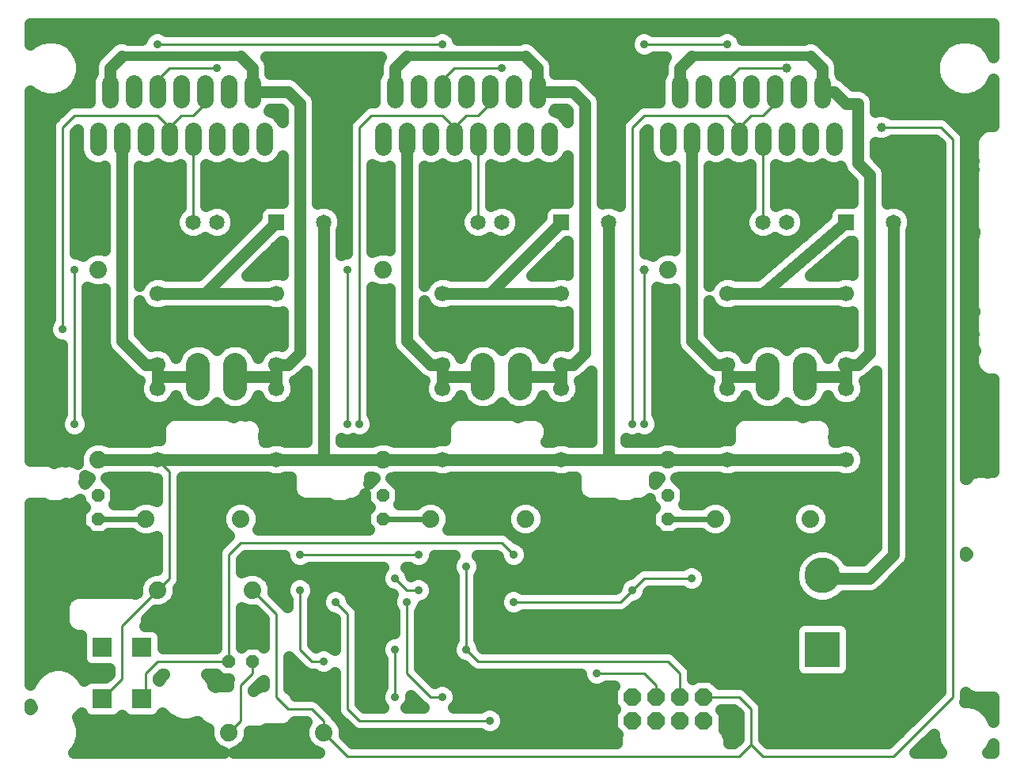
<source format=gbl>
G75*
G70*
%OFA0B0*%
%FSLAX24Y24*%
%IPPOS*%
%LPD*%
%AMOC8*
5,1,8,0,0,1.08239X$1,22.5*
%
%ADD10C,0.0709*%
%ADD11C,0.1004*%
%ADD12C,0.0669*%
%ADD13OC8,0.0520*%
%ADD14C,0.0740*%
%ADD15C,0.0650*%
%ADD16R,0.0650X0.0650*%
%ADD17R,0.1500X0.1500*%
%ADD18C,0.1500*%
%ADD19OC8,0.0740*%
%ADD20R,0.0827X0.0827*%
%ADD21C,0.0500*%
%ADD22C,0.0100*%
%ADD23C,0.0360*%
%ADD24C,0.0400*%
%ADD25C,0.0240*%
%ADD26C,0.0396*%
D10*
X003601Y026250D02*
X003601Y026959D01*
X004601Y026959D02*
X004601Y026250D01*
X005601Y026250D02*
X005601Y026959D01*
X006601Y026959D02*
X006601Y026250D01*
X007601Y026250D02*
X007601Y026959D01*
X008601Y026959D02*
X008601Y026250D01*
X009601Y026250D02*
X009601Y026959D01*
X010601Y026959D02*
X010601Y026250D01*
X010101Y028250D02*
X010101Y028959D01*
X009101Y028959D02*
X009101Y028250D01*
X008101Y028250D02*
X008101Y028959D01*
X007101Y028959D02*
X007101Y028250D01*
X006101Y028250D02*
X006101Y028959D01*
X005101Y028959D02*
X005101Y028250D01*
X004101Y028250D02*
X004101Y028959D01*
X015601Y026959D02*
X015601Y026250D01*
X016601Y026250D02*
X016601Y026959D01*
X017601Y026959D02*
X017601Y026250D01*
X018601Y026250D02*
X018601Y026959D01*
X019601Y026959D02*
X019601Y026250D01*
X020601Y026250D02*
X020601Y026959D01*
X021601Y026959D02*
X021601Y026250D01*
X022601Y026250D02*
X022601Y026959D01*
X022101Y028250D02*
X022101Y028959D01*
X021101Y028959D02*
X021101Y028250D01*
X020101Y028250D02*
X020101Y028959D01*
X019101Y028959D02*
X019101Y028250D01*
X018101Y028250D02*
X018101Y028959D01*
X017101Y028959D02*
X017101Y028250D01*
X016101Y028250D02*
X016101Y028959D01*
X027601Y026959D02*
X027601Y026250D01*
X028601Y026250D02*
X028601Y026959D01*
X029601Y026959D02*
X029601Y026250D01*
X030601Y026250D02*
X030601Y026959D01*
X031601Y026959D02*
X031601Y026250D01*
X032601Y026250D02*
X032601Y026959D01*
X033601Y026959D02*
X033601Y026250D01*
X034601Y026250D02*
X034601Y026959D01*
X034101Y028250D02*
X034101Y028959D01*
X033101Y028959D02*
X033101Y028250D01*
X032101Y028250D02*
X032101Y028959D01*
X031101Y028959D02*
X031101Y028250D01*
X030101Y028250D02*
X030101Y028959D01*
X029101Y028959D02*
X029101Y028250D01*
X028101Y028250D02*
X028101Y028959D01*
D11*
X031821Y017107D02*
X031821Y016103D01*
X033380Y016103D02*
X033380Y017107D01*
X021380Y017107D02*
X021380Y016103D01*
X019821Y016103D02*
X019821Y017107D01*
X009380Y017107D02*
X009380Y016103D01*
X007821Y016103D02*
X007821Y017107D01*
D12*
X006101Y017105D03*
X006101Y016105D03*
X006101Y013105D03*
X011101Y013105D03*
X011101Y016105D03*
X011101Y017105D03*
X011101Y020105D03*
X006101Y020105D03*
X018101Y020105D03*
X018101Y017105D03*
X018101Y016105D03*
X018101Y013105D03*
X023101Y013105D03*
X023101Y016105D03*
X023101Y017105D03*
X023101Y020105D03*
X030101Y020105D03*
X030101Y017105D03*
X030101Y016105D03*
X030101Y013105D03*
X035101Y013105D03*
X035101Y016105D03*
X035101Y017105D03*
X035101Y020105D03*
D13*
X027601Y011605D03*
X027601Y010605D03*
X015601Y010605D03*
X015601Y011605D03*
X010101Y004605D03*
X009101Y004605D03*
X003601Y010605D03*
X003601Y011605D03*
D14*
X003601Y013105D03*
X005601Y010605D03*
X006101Y007605D03*
X009601Y010605D03*
X010101Y007605D03*
X015601Y013105D03*
X017601Y010605D03*
X021601Y010605D03*
X027601Y013105D03*
X029601Y010605D03*
X033601Y010605D03*
X027601Y021105D03*
X015601Y021105D03*
X003601Y021105D03*
X009101Y001605D03*
X013101Y001605D03*
D15*
X013101Y023105D03*
X008601Y023105D03*
X007601Y023105D03*
X019601Y023105D03*
X020601Y023105D03*
X025101Y023105D03*
X031601Y023105D03*
X032601Y023105D03*
X037101Y023105D03*
D16*
X035101Y023105D03*
X023101Y023105D03*
X011101Y023105D03*
D17*
X034101Y005105D03*
D18*
X034101Y008209D03*
D19*
X029101Y003105D03*
X028101Y003105D03*
X027101Y003105D03*
X026101Y003105D03*
X026101Y002105D03*
X027101Y002105D03*
X028101Y002105D03*
X029101Y002105D03*
D20*
X005428Y003022D03*
X003774Y003022D03*
X003774Y005187D03*
X005428Y005187D03*
D21*
X002641Y000806D02*
X002589Y000755D01*
X008906Y000755D01*
X008614Y000876D01*
X008372Y001118D01*
X008241Y001434D01*
X008241Y001749D01*
X008003Y001847D01*
X007814Y002037D01*
X007799Y002072D01*
X007757Y002047D01*
X007441Y001963D01*
X007115Y001963D01*
X006799Y002047D01*
X006516Y002210D01*
X006297Y002430D01*
X006256Y002331D01*
X006119Y002193D01*
X005938Y002119D01*
X004917Y002119D01*
X004737Y002193D01*
X004601Y002329D01*
X004465Y002193D01*
X004285Y002119D01*
X003263Y002119D01*
X003083Y002193D01*
X002945Y002331D01*
X002904Y002430D01*
X002728Y002253D01*
X002812Y002106D01*
X002901Y001776D01*
X002901Y001434D01*
X002812Y001103D01*
X002641Y000806D01*
X002812Y001103D02*
X008386Y001103D01*
X008241Y001602D02*
X002901Y001602D01*
X002814Y002100D02*
X006707Y002100D01*
X006182Y003787D02*
X006141Y003829D01*
X006141Y003881D01*
X006324Y004065D01*
X006385Y004065D01*
X006285Y003965D01*
X006182Y003787D01*
X006331Y005145D02*
X006331Y005698D01*
X006256Y005878D01*
X006119Y006016D01*
X005938Y006091D01*
X005575Y006091D01*
X005637Y006241D01*
X005637Y006377D01*
X006004Y006745D01*
X006272Y006745D01*
X006588Y006876D01*
X006830Y007118D01*
X006961Y007434D01*
X006961Y007701D01*
X007059Y007799D01*
X007141Y007997D01*
X007141Y012365D01*
X010732Y012365D01*
X010937Y012280D01*
X011265Y012280D01*
X011469Y012365D01*
X011711Y012365D01*
X011711Y012236D01*
X011711Y012054D01*
X011711Y011785D01*
X011814Y011537D01*
X012003Y011347D01*
X012251Y011245D01*
X012609Y011245D01*
X012745Y011245D01*
X012787Y011245D01*
X013019Y011245D01*
X013287Y011245D01*
X013293Y011247D01*
X013479Y011170D01*
X014048Y011170D01*
X014229Y011245D01*
X014358Y011245D01*
X014606Y011347D01*
X014796Y011537D01*
X014851Y011670D01*
X014851Y011294D01*
X015040Y011105D01*
X014851Y010915D01*
X014851Y010294D01*
X015000Y010145D01*
X010341Y010145D01*
X010461Y010434D01*
X010461Y010776D01*
X010330Y011092D01*
X010088Y011334D01*
X009772Y011465D01*
X009430Y011465D01*
X009114Y011334D01*
X008872Y011092D01*
X008741Y010776D01*
X008741Y010434D01*
X008872Y010118D01*
X009111Y009878D01*
X008643Y009411D01*
X008561Y009212D01*
X008561Y008997D01*
X008561Y005145D01*
X006331Y005145D01*
X006331Y005590D02*
X008561Y005590D01*
X008561Y006089D02*
X005943Y006089D01*
X005847Y006587D02*
X008561Y006587D01*
X008561Y007086D02*
X006798Y007086D01*
X006961Y007584D02*
X008561Y007584D01*
X008561Y008083D02*
X007141Y008083D01*
X007141Y008581D02*
X008561Y008581D01*
X008561Y009080D02*
X007141Y009080D01*
X007141Y009579D02*
X008811Y009579D01*
X008912Y010077D02*
X007141Y010077D01*
X007141Y010576D02*
X008741Y010576D01*
X008864Y011074D02*
X007141Y011074D01*
X007141Y011573D02*
X011799Y011573D01*
X011711Y012071D02*
X007141Y012071D01*
X006061Y012071D02*
X004195Y012071D01*
X004351Y011915D02*
X003948Y012318D01*
X004062Y012365D01*
X005732Y012365D01*
X005937Y012280D01*
X006061Y012280D01*
X006061Y011345D01*
X005772Y011465D01*
X005430Y011465D01*
X005114Y011334D01*
X004995Y011215D01*
X004271Y011215D01*
X004351Y011294D01*
X004351Y011915D01*
X004351Y011573D02*
X006061Y011573D01*
X004995Y009995D02*
X005114Y009876D01*
X005430Y009745D01*
X005772Y009745D01*
X006061Y009864D01*
X006061Y008465D01*
X005930Y008465D01*
X005614Y008334D01*
X005372Y008092D01*
X005241Y007776D01*
X005241Y007508D01*
X005175Y007442D01*
X005024Y007505D01*
X004757Y007505D01*
X004527Y007505D01*
X004333Y007505D01*
X004067Y007505D01*
X003913Y007505D01*
X003893Y007497D01*
X003873Y007505D01*
X003606Y007505D01*
X003489Y007505D01*
X003354Y007505D01*
X003223Y007505D01*
X003223Y007505D01*
X003222Y007505D01*
X003202Y007497D01*
X003182Y007505D01*
X002916Y007505D01*
X002686Y007505D01*
X002439Y007403D01*
X002251Y007215D01*
X002149Y006968D01*
X002149Y006702D01*
X002149Y006661D01*
X002149Y006395D01*
X002149Y006241D01*
X002251Y005995D01*
X002439Y005807D01*
X002686Y005705D01*
X002873Y005705D01*
X002871Y005698D01*
X002871Y004677D01*
X002945Y004496D01*
X003083Y004359D01*
X003263Y004284D01*
X004061Y004284D01*
X004061Y004072D01*
X003914Y003925D01*
X003263Y003925D01*
X003083Y003851D01*
X003019Y003787D01*
X002916Y003965D01*
X002685Y004196D01*
X002402Y004359D01*
X002087Y004444D01*
X001760Y004444D01*
X001445Y004359D01*
X001162Y004196D01*
X000931Y003965D01*
X000768Y003682D01*
X000751Y003619D01*
X000751Y011245D01*
X000787Y011245D01*
X001019Y011245D01*
X001287Y011245D01*
X001293Y011247D01*
X001479Y011170D01*
X002048Y011170D01*
X002254Y011255D01*
X002373Y011231D01*
X002637Y011284D01*
X002851Y011426D01*
X002851Y011294D01*
X003040Y011105D01*
X002851Y010915D01*
X002851Y010294D01*
X003290Y009855D01*
X003911Y009855D01*
X004051Y009995D01*
X004995Y009995D01*
X006061Y009579D02*
X000751Y009579D01*
X000751Y009080D02*
X006061Y009080D01*
X006061Y008581D02*
X000751Y008581D01*
X000751Y008083D02*
X005368Y008083D01*
X005241Y007584D02*
X000751Y007584D01*
X000751Y007086D02*
X002198Y007086D01*
X002149Y006587D02*
X000751Y006587D01*
X000751Y006089D02*
X002212Y006089D01*
X002871Y005590D02*
X000751Y005590D01*
X000751Y005092D02*
X002871Y005092D01*
X002905Y004593D02*
X000751Y004593D01*
X000751Y004095D02*
X001061Y004095D01*
X000751Y002787D02*
X000751Y002593D01*
X000803Y002645D01*
X000811Y002650D01*
X000768Y002724D01*
X000751Y002787D01*
X000751Y002599D02*
X000757Y002599D01*
X002787Y004095D02*
X004061Y004095D01*
X008171Y004065D02*
X008580Y004065D01*
X008790Y003855D01*
X009120Y003855D01*
X009061Y003712D01*
X009061Y003545D01*
X009019Y003545D01*
X008712Y003545D01*
X008552Y003545D01*
X008536Y003538D01*
X008520Y003545D01*
X008471Y003545D01*
X008434Y003682D01*
X008271Y003965D01*
X008171Y004065D01*
X008457Y003596D02*
X009061Y003596D01*
X010141Y003381D02*
X010407Y003647D01*
X010559Y003799D01*
X010561Y003804D01*
X010561Y003545D01*
X010475Y003545D01*
X010227Y003442D01*
X010152Y003367D01*
X010141Y003356D01*
X010141Y003381D01*
X010356Y003596D02*
X010561Y003596D01*
X011641Y003596D02*
X013561Y003596D01*
X013480Y004037D02*
X013234Y003935D01*
X012967Y003935D01*
X012721Y004037D01*
X012693Y004065D01*
X012493Y004065D01*
X012295Y004147D01*
X012143Y004299D01*
X011643Y004799D01*
X011641Y004804D01*
X011641Y003457D01*
X011677Y003442D01*
X011867Y003252D01*
X011911Y003145D01*
X012493Y003145D01*
X012708Y003145D01*
X012907Y003062D01*
X013407Y002562D01*
X013559Y002411D01*
X013592Y002330D01*
X013830Y002092D01*
X013961Y001776D01*
X013961Y001508D01*
X014324Y001145D01*
X025451Y001145D01*
X025451Y001196D01*
X025451Y001464D01*
X025473Y001517D01*
X025241Y001749D01*
X025241Y002461D01*
X025385Y002605D01*
X025241Y002749D01*
X025241Y003461D01*
X025345Y003565D01*
X025008Y003565D01*
X024980Y003537D01*
X024734Y003435D01*
X024467Y003435D01*
X024221Y003537D01*
X024033Y003725D01*
X023931Y003971D01*
X023931Y004065D01*
X019493Y004065D01*
X019295Y004147D01*
X019143Y004299D01*
X019007Y004435D01*
X018967Y004435D01*
X018721Y004537D01*
X018533Y004725D01*
X018431Y004971D01*
X018431Y005238D01*
X018533Y005484D01*
X018561Y005512D01*
X018561Y008197D01*
X018533Y008225D01*
X018431Y008471D01*
X018431Y008738D01*
X018533Y008984D01*
X018613Y009065D01*
X017771Y009065D01*
X017771Y008971D01*
X017669Y008725D01*
X017480Y008537D01*
X017234Y008435D01*
X016967Y008435D01*
X016721Y008537D01*
X016693Y008565D01*
X016588Y008565D01*
X016669Y008484D01*
X016771Y008238D01*
X016771Y008198D01*
X016774Y008195D01*
X016967Y008275D01*
X017234Y008275D01*
X017480Y008173D01*
X017669Y007984D01*
X017771Y007738D01*
X017771Y007471D01*
X017669Y007225D01*
X017480Y007037D01*
X017260Y006945D01*
X017169Y006725D01*
X017141Y006697D01*
X017141Y004328D01*
X017774Y003695D01*
X017967Y003775D01*
X018234Y003775D01*
X018480Y003673D01*
X018669Y003484D01*
X018771Y003238D01*
X018771Y002971D01*
X018669Y002725D01*
X018588Y002645D01*
X019693Y002645D01*
X019721Y002673D01*
X019967Y002775D01*
X020234Y002775D01*
X020480Y002673D01*
X020669Y002484D01*
X020771Y002238D01*
X020771Y001971D01*
X020669Y001725D01*
X020480Y001537D01*
X020234Y001435D01*
X019967Y001435D01*
X019721Y001537D01*
X019693Y001565D01*
X014708Y001565D01*
X014493Y001565D01*
X014295Y001647D01*
X013643Y002299D01*
X013561Y002497D01*
X013561Y002712D01*
X013561Y004117D01*
X013480Y004037D01*
X013538Y004095D02*
X013561Y004095D01*
X014641Y004095D02*
X015561Y004095D01*
X015561Y003596D02*
X014641Y003596D01*
X014641Y003097D02*
X015431Y003097D01*
X015431Y002971D02*
X015533Y002725D01*
X015613Y002645D01*
X014824Y002645D01*
X014641Y002828D01*
X014641Y006712D01*
X014559Y006911D01*
X014407Y007062D01*
X014271Y007198D01*
X014271Y007238D01*
X014169Y007484D01*
X013980Y007673D01*
X013734Y007775D01*
X013467Y007775D01*
X013221Y007673D01*
X013033Y007484D01*
X012931Y007238D01*
X012931Y006971D01*
X013033Y006725D01*
X013221Y006537D01*
X013467Y006435D01*
X013507Y006435D01*
X013561Y006381D01*
X013561Y005092D01*
X013480Y005173D01*
X013234Y005275D01*
X012967Y005275D01*
X012774Y005195D01*
X012641Y005328D01*
X012641Y007197D01*
X012669Y007225D01*
X012771Y007471D01*
X012771Y007738D01*
X012669Y007984D01*
X012480Y008173D01*
X012234Y008275D01*
X011967Y008275D01*
X011721Y008173D01*
X011533Y007984D01*
X011431Y007738D01*
X011431Y007471D01*
X011533Y007225D01*
X011561Y007197D01*
X011561Y006905D01*
X011559Y006911D01*
X011407Y007062D01*
X010961Y007508D01*
X010961Y007776D01*
X010830Y008092D01*
X010588Y008334D01*
X010272Y008465D01*
X009930Y008465D01*
X009641Y008345D01*
X009641Y008881D01*
X009824Y009065D01*
X011431Y009065D01*
X011431Y008971D01*
X011533Y008725D01*
X011721Y008537D01*
X011967Y008435D01*
X012234Y008435D01*
X012480Y008537D01*
X012508Y008565D01*
X015613Y008565D01*
X015533Y008484D01*
X015431Y008238D01*
X015431Y007971D01*
X015533Y007725D01*
X015721Y007537D01*
X015967Y007435D01*
X016007Y007435D01*
X016011Y007431D01*
X015931Y007238D01*
X015931Y006971D01*
X016033Y006725D01*
X016061Y006697D01*
X016061Y005775D01*
X015967Y005775D01*
X015721Y005673D01*
X015533Y005484D01*
X015431Y005238D01*
X015431Y004971D01*
X015533Y004725D01*
X015561Y004697D01*
X015561Y003512D01*
X015533Y003484D01*
X015431Y003238D01*
X015431Y002971D01*
X016588Y002645D02*
X017300Y002645D01*
X017295Y002647D01*
X017143Y002799D01*
X016771Y003171D01*
X016771Y002971D01*
X016669Y002725D01*
X016588Y002645D01*
X016771Y003097D02*
X016844Y003097D01*
X017375Y004095D02*
X019421Y004095D01*
X018665Y004593D02*
X017141Y004593D01*
X017141Y005092D02*
X018431Y005092D01*
X018561Y005590D02*
X017141Y005590D01*
X017141Y006089D02*
X018561Y006089D01*
X018561Y006587D02*
X017141Y006587D01*
X017529Y007086D02*
X018561Y007086D01*
X018561Y007584D02*
X017771Y007584D01*
X017570Y008083D02*
X018561Y008083D01*
X018431Y008581D02*
X017525Y008581D01*
X015674Y007584D02*
X014069Y007584D01*
X014383Y007086D02*
X015931Y007086D01*
X016061Y006587D02*
X014641Y006587D01*
X014641Y006089D02*
X016061Y006089D01*
X015639Y005590D02*
X014641Y005590D01*
X014641Y005092D02*
X015431Y005092D01*
X015561Y004593D02*
X014641Y004593D01*
X013561Y005590D02*
X012641Y005590D01*
X012641Y006089D02*
X013561Y006089D01*
X013171Y006587D02*
X012641Y006587D01*
X012641Y007086D02*
X012931Y007086D01*
X012771Y007584D02*
X013133Y007584D01*
X012570Y008083D02*
X015431Y008083D01*
X014851Y010576D02*
X010461Y010576D01*
X010337Y011074D02*
X015010Y011074D01*
X014851Y011573D02*
X014811Y011573D01*
X015015Y012080D02*
X015253Y012318D01*
X015140Y012365D01*
X015049Y012365D01*
X015049Y012161D01*
X015015Y012080D01*
X015948Y012318D02*
X016062Y012365D01*
X017732Y012365D01*
X017937Y012280D01*
X018265Y012280D01*
X018469Y012365D01*
X022732Y012365D01*
X022937Y012280D01*
X023265Y012280D01*
X023469Y012365D01*
X023711Y012365D01*
X023711Y012236D01*
X023711Y012054D01*
X023711Y011785D01*
X023814Y011537D01*
X024003Y011347D01*
X024251Y011245D01*
X024609Y011245D01*
X024745Y011245D01*
X024787Y011245D01*
X025019Y011245D01*
X025287Y011245D01*
X025293Y011247D01*
X025479Y011170D01*
X026048Y011170D01*
X026229Y011245D01*
X026508Y011245D01*
X026756Y011347D01*
X026851Y011442D01*
X026851Y011294D01*
X027040Y011105D01*
X026851Y010915D01*
X026851Y010294D01*
X027290Y009855D01*
X027911Y009855D01*
X028051Y009995D01*
X028995Y009995D01*
X029114Y009876D01*
X029430Y009745D01*
X029772Y009745D01*
X030088Y009876D01*
X030330Y010118D01*
X030461Y010434D01*
X030461Y010776D01*
X030330Y011092D01*
X030088Y011334D01*
X029772Y011465D01*
X029430Y011465D01*
X029114Y011334D01*
X028995Y011215D01*
X028271Y011215D01*
X028351Y011294D01*
X028351Y011915D01*
X027948Y012318D01*
X028062Y012365D01*
X029732Y012365D01*
X029937Y012280D01*
X030265Y012280D01*
X030469Y012365D01*
X034732Y012365D01*
X034937Y012280D01*
X035265Y012280D01*
X035568Y012406D01*
X035800Y012638D01*
X035925Y012941D01*
X035925Y013269D01*
X035800Y013572D01*
X035568Y013804D01*
X035265Y013929D01*
X034937Y013929D01*
X034732Y013845D01*
X034610Y013845D01*
X034610Y013994D01*
X034586Y014053D01*
X034610Y014111D01*
X034610Y014111D01*
X034610Y014378D01*
X034610Y014455D01*
X034508Y014701D01*
X034319Y014889D01*
X034073Y014991D01*
X033806Y014991D01*
X033500Y014991D01*
X033288Y014903D01*
X033076Y014991D01*
X032809Y014991D01*
X032579Y014991D01*
X032462Y014991D01*
X032462Y014991D01*
X032327Y014991D01*
X032195Y014991D01*
X031695Y014991D01*
X031541Y014991D01*
X031541Y014991D01*
X031406Y014991D01*
X031275Y014991D01*
X031044Y014991D01*
X031024Y014983D01*
X031004Y014991D01*
X030738Y014991D01*
X030737Y014991D01*
X030654Y014957D01*
X030491Y014889D01*
X030303Y014701D01*
X030303Y014701D01*
X030287Y014662D01*
X030201Y014455D01*
X030201Y014188D01*
X030201Y013929D01*
X029937Y013929D01*
X029732Y013845D01*
X028062Y013845D01*
X027772Y013965D01*
X027430Y013965D01*
X027140Y013845D01*
X025841Y013845D01*
X025841Y013987D01*
X025967Y013935D01*
X026234Y013935D01*
X026351Y013983D01*
X026467Y013935D01*
X026734Y013935D01*
X026980Y014037D01*
X027169Y014225D01*
X027271Y014471D01*
X027271Y014738D01*
X027169Y014984D01*
X027141Y015012D01*
X027141Y020364D01*
X027430Y020245D01*
X027772Y020245D01*
X027861Y020282D01*
X027861Y017957D01*
X027973Y017686D01*
X028182Y017477D01*
X029182Y016477D01*
X029336Y016413D01*
X029276Y016269D01*
X029276Y015941D01*
X029402Y015638D01*
X029634Y015406D01*
X029937Y015280D01*
X030265Y015280D01*
X030568Y015406D01*
X030800Y015638D01*
X030870Y015807D01*
X030980Y015541D01*
X031259Y015262D01*
X031624Y015111D01*
X032019Y015111D01*
X032383Y015262D01*
X032601Y015479D01*
X032818Y015262D01*
X033183Y015111D01*
X033578Y015111D01*
X033942Y015262D01*
X034221Y015541D01*
X034331Y015807D01*
X034402Y015638D01*
X034634Y015406D01*
X034937Y015280D01*
X035265Y015280D01*
X035568Y015406D01*
X035800Y015638D01*
X035925Y015941D01*
X035925Y016269D01*
X035865Y016413D01*
X036020Y016477D01*
X036228Y016686D01*
X036361Y016818D01*
X036361Y009411D01*
X035794Y008845D01*
X035166Y008845D01*
X035093Y008971D01*
X034862Y009202D01*
X034579Y009365D01*
X034264Y009449D01*
X033938Y009449D01*
X033622Y009365D01*
X033339Y009202D01*
X033109Y008971D01*
X032945Y008688D01*
X032861Y008373D01*
X032861Y008046D01*
X032945Y007731D01*
X033109Y007448D01*
X033339Y007217D01*
X033622Y007054D01*
X033938Y006969D01*
X034264Y006969D01*
X034579Y007054D01*
X034862Y007217D01*
X035010Y007365D01*
X036248Y007365D01*
X036520Y007477D01*
X036728Y007686D01*
X037520Y008477D01*
X037728Y008686D01*
X037841Y008957D01*
X037841Y022761D01*
X037916Y022943D01*
X037916Y023267D01*
X037792Y023566D01*
X037562Y023796D01*
X037263Y023920D01*
X036939Y023920D01*
X036841Y023879D01*
X036841Y025252D01*
X036728Y025524D01*
X036520Y025732D01*
X036341Y025911D01*
X036341Y026468D01*
X036464Y026417D01*
X036738Y026417D01*
X036991Y026521D01*
X037034Y026565D01*
X038877Y026565D01*
X039061Y026381D01*
X039061Y003328D01*
X036877Y001145D01*
X031824Y001145D01*
X031641Y001328D01*
X031641Y002712D01*
X031559Y002911D01*
X031407Y003062D01*
X030907Y003562D01*
X030708Y003645D01*
X030493Y003645D01*
X029777Y003645D01*
X029457Y003965D01*
X028745Y003965D01*
X028641Y003861D01*
X028641Y004212D01*
X028559Y004411D01*
X028407Y004562D01*
X027907Y005062D01*
X027708Y005145D01*
X027493Y005145D01*
X019824Y005145D01*
X019771Y005198D01*
X019771Y005238D01*
X019669Y005484D01*
X019641Y005512D01*
X019641Y008197D01*
X019669Y008225D01*
X019771Y008471D01*
X019771Y008738D01*
X019669Y008984D01*
X019588Y009065D01*
X020377Y009065D01*
X020431Y009011D01*
X020431Y008971D01*
X020533Y008725D01*
X020721Y008537D01*
X020967Y008435D01*
X021234Y008435D01*
X021480Y008537D01*
X021669Y008725D01*
X021771Y008971D01*
X021771Y009238D01*
X021669Y009484D01*
X021480Y009673D01*
X021234Y009775D01*
X021194Y009775D01*
X020907Y010062D01*
X020708Y010145D01*
X020493Y010145D01*
X018341Y010145D01*
X018461Y010434D01*
X018461Y010776D01*
X018330Y011092D01*
X018088Y011334D01*
X017772Y011465D01*
X017430Y011465D01*
X017114Y011334D01*
X016995Y011215D01*
X016271Y011215D01*
X016351Y011294D01*
X016351Y011915D01*
X015948Y012318D01*
X016195Y012071D02*
X023711Y012071D01*
X023799Y011573D02*
X016351Y011573D01*
X015601Y013105D02*
X013101Y013105D01*
X013101Y023105D01*
X013841Y022761D02*
X013916Y022943D01*
X013916Y023267D01*
X013792Y023566D01*
X013562Y023796D01*
X013263Y023920D01*
X012939Y023920D01*
X012841Y023879D01*
X012841Y028252D01*
X012728Y028524D01*
X012520Y028732D01*
X012020Y029232D01*
X011748Y029345D01*
X011454Y029345D01*
X010855Y029345D01*
X010841Y029379D01*
X010841Y029752D01*
X010728Y030024D01*
X010687Y030065D01*
X015514Y030065D01*
X015473Y030024D01*
X015361Y029752D01*
X015361Y029457D01*
X015361Y029379D01*
X015256Y029127D01*
X015256Y028145D01*
X015208Y028145D01*
X014993Y028145D01*
X014795Y028062D01*
X014295Y027562D01*
X014143Y027411D01*
X014061Y027212D01*
X014061Y021775D01*
X013967Y021775D01*
X013841Y021722D01*
X013841Y022761D01*
X013841Y022541D02*
X014061Y022541D01*
X014061Y023039D02*
X013916Y023039D01*
X013804Y023538D02*
X014061Y023538D01*
X014061Y024036D02*
X012841Y024036D01*
X012841Y024535D02*
X014061Y024535D01*
X014061Y025033D02*
X012841Y025033D01*
X012841Y025532D02*
X014061Y025532D01*
X014061Y026030D02*
X012841Y026030D01*
X012841Y026529D02*
X014061Y026529D01*
X014061Y027028D02*
X012841Y027028D01*
X012841Y027526D02*
X014258Y027526D01*
X014757Y028025D02*
X012841Y028025D01*
X012728Y028523D02*
X015256Y028523D01*
X015256Y029022D02*
X012230Y029022D01*
X011601Y028605D02*
X012101Y028105D01*
X012101Y017605D01*
X011601Y017105D01*
X011101Y017105D01*
X011101Y016605D01*
X009380Y016605D01*
X010331Y015807D02*
X010402Y015638D01*
X010634Y015406D01*
X010937Y015280D01*
X011265Y015280D01*
X011568Y015406D01*
X011800Y015638D01*
X011925Y015941D01*
X011925Y016269D01*
X011865Y016413D01*
X012020Y016477D01*
X012228Y016686D01*
X012361Y016818D01*
X012361Y013845D01*
X011469Y013845D01*
X011265Y013929D01*
X010937Y013929D01*
X010732Y013845D01*
X010620Y013845D01*
X010623Y013860D01*
X010577Y014091D01*
X010623Y014322D01*
X010571Y014583D01*
X010422Y014805D01*
X010201Y014953D01*
X009939Y015004D01*
X009786Y014974D01*
X009634Y015004D01*
X009372Y014953D01*
X009294Y014901D01*
X009076Y014991D01*
X008809Y014991D01*
X008579Y014991D01*
X008462Y014991D01*
X008462Y014991D01*
X008327Y014991D01*
X008195Y014991D01*
X007695Y014991D01*
X007541Y014991D01*
X007541Y014991D01*
X007406Y014991D01*
X007275Y014991D01*
X007044Y014991D01*
X007024Y014983D01*
X007004Y014991D01*
X006738Y014991D01*
X006737Y014991D01*
X006654Y014957D01*
X006491Y014889D01*
X006303Y014701D01*
X006303Y014701D01*
X006303Y014701D01*
X006287Y014662D01*
X006201Y014455D01*
X006201Y014188D01*
X006201Y013929D01*
X005937Y013929D01*
X005732Y013845D01*
X004062Y013845D01*
X003772Y013965D01*
X003430Y013965D01*
X003114Y013834D01*
X002872Y013592D01*
X002741Y013276D01*
X002741Y012937D01*
X002637Y013006D01*
X002373Y013058D01*
X002224Y013028D01*
X002074Y013058D01*
X001811Y013006D01*
X001733Y012954D01*
X001592Y013012D01*
X001512Y013045D01*
X001377Y013045D01*
X001019Y013045D01*
X000751Y013045D01*
X000751Y028616D01*
X000803Y028564D01*
X001099Y028393D01*
X001430Y028305D01*
X001772Y028305D01*
X002103Y028393D01*
X002399Y028564D01*
X002641Y028806D01*
X002812Y029103D01*
X002901Y029434D01*
X002901Y029776D01*
X002812Y030106D01*
X002641Y030403D01*
X002399Y030645D01*
X002103Y030816D01*
X001772Y030905D01*
X001430Y030905D01*
X001099Y030816D01*
X000803Y030645D01*
X000751Y030593D01*
X000751Y031451D01*
X041321Y031451D01*
X041321Y030074D01*
X041312Y030106D01*
X041141Y030403D01*
X040899Y030645D01*
X040603Y030816D01*
X040272Y030905D01*
X039930Y030905D01*
X039599Y030816D01*
X039303Y030645D01*
X039061Y030403D01*
X038889Y030106D01*
X038801Y029776D01*
X038801Y029434D01*
X038889Y029103D01*
X039061Y028806D01*
X039303Y028564D01*
X039599Y028393D01*
X039930Y028305D01*
X040272Y028305D01*
X040603Y028393D01*
X040899Y028564D01*
X041141Y028806D01*
X041312Y029103D01*
X041321Y029136D01*
X041321Y027163D01*
X041299Y027163D01*
X041176Y027163D01*
X041045Y027163D01*
X041045Y027163D01*
X041045Y027163D01*
X040916Y027110D01*
X040801Y027062D01*
X040801Y027062D01*
X040801Y027062D01*
X040739Y027000D01*
X040739Y027000D01*
X040677Y026939D01*
X040552Y026813D01*
X040552Y026813D01*
X040552Y026813D01*
X040505Y026701D01*
X040451Y026569D01*
X040451Y026569D01*
X040450Y026569D01*
X040450Y026438D01*
X040450Y026304D01*
X040450Y026119D01*
X040450Y026015D01*
X040450Y025751D01*
X040472Y025699D01*
X040450Y025647D01*
X040450Y025382D01*
X040472Y025330D01*
X040450Y025279D01*
X040450Y025014D01*
X040450Y024973D01*
X040450Y024972D01*
X040450Y024906D01*
X040450Y024831D01*
X040450Y024831D01*
X040450Y024707D01*
X040450Y024596D01*
X040450Y024463D01*
X040450Y024463D01*
X040450Y024277D01*
X040450Y023909D01*
X040450Y023788D01*
X040450Y023739D01*
X040437Y023674D01*
X040450Y023608D01*
X040450Y023541D01*
X040450Y023500D01*
X040450Y023499D01*
X040450Y023499D01*
X040450Y023432D01*
X040450Y023358D01*
X040450Y023358D01*
X040450Y023254D01*
X040450Y023130D01*
X040450Y023058D01*
X040450Y022990D01*
X040450Y022989D01*
X040450Y022866D01*
X040451Y022866D01*
X040451Y022866D01*
X040505Y022733D01*
X040523Y022692D01*
X040505Y022650D01*
X040451Y022517D01*
X040450Y022517D02*
X040450Y022387D01*
X040450Y022253D01*
X040450Y022253D01*
X040450Y022068D01*
X040450Y021964D01*
X040450Y021699D01*
X040450Y021331D01*
X040450Y021289D01*
X040450Y021289D01*
X040450Y021217D01*
X040450Y021148D01*
X040450Y021148D01*
X040450Y021024D01*
X040450Y020841D01*
X040450Y020676D01*
X040450Y020545D01*
X040450Y020411D01*
X040450Y020226D01*
X040450Y020105D01*
X040450Y019858D01*
X040450Y019489D01*
X040510Y019346D01*
X040504Y019332D01*
X040451Y019203D01*
X040451Y019203D01*
X040450Y019203D01*
X040450Y019079D01*
X040450Y019007D01*
X040450Y018938D01*
X040450Y018938D01*
X040450Y018814D01*
X040450Y018583D01*
X040437Y018517D01*
X040462Y018395D01*
X040437Y018272D01*
X040457Y018174D01*
X040451Y018159D01*
X040451Y018159D01*
X040450Y018159D01*
X040450Y018027D01*
X040450Y017894D01*
X040451Y017894D01*
X040456Y017880D01*
X040535Y017689D01*
X040505Y017616D01*
X040451Y017484D01*
X040450Y017484D01*
X040450Y017360D01*
X040450Y017291D01*
X040450Y017219D01*
X040450Y017096D01*
X040451Y017096D01*
X040451Y017096D01*
X040504Y016966D01*
X040552Y016851D01*
X040675Y016728D01*
X040739Y016664D01*
X040801Y016602D01*
X041045Y016501D01*
X041292Y016501D01*
X041321Y016501D01*
X041321Y012597D01*
X041136Y012597D01*
X041057Y012564D01*
X040979Y012597D01*
X040872Y012597D01*
X040735Y012597D01*
X040602Y012597D01*
X040602Y012597D01*
X040602Y012597D01*
X040484Y012548D01*
X040352Y012493D01*
X040352Y012493D01*
X040352Y012493D01*
X040251Y012392D01*
X040161Y012302D01*
X040155Y012296D01*
X040141Y012282D01*
X040141Y026712D01*
X040059Y026911D01*
X039907Y027062D01*
X039407Y027562D01*
X039208Y027645D01*
X038993Y027645D01*
X037034Y027645D01*
X036991Y027688D01*
X036738Y027793D01*
X036464Y027793D01*
X036341Y027742D01*
X036341Y028252D01*
X036228Y028524D01*
X036020Y028732D01*
X035748Y028845D01*
X035454Y028845D01*
X035407Y028845D01*
X035020Y029232D01*
X034877Y029291D01*
X034841Y029379D01*
X034841Y029457D01*
X034841Y029752D01*
X034728Y030024D01*
X034020Y030732D01*
X033748Y030845D01*
X033454Y030845D01*
X033333Y030795D01*
X030747Y030795D01*
X030669Y030984D01*
X030480Y031173D01*
X030234Y031275D01*
X029967Y031275D01*
X029721Y031173D01*
X029693Y031145D01*
X027008Y031145D01*
X026980Y031173D01*
X026734Y031275D01*
X026467Y031275D01*
X026221Y031173D01*
X026033Y030984D01*
X025931Y030738D01*
X025931Y030471D01*
X026033Y030225D01*
X026221Y030037D01*
X026467Y029935D01*
X026734Y029935D01*
X026980Y030037D01*
X027008Y030065D01*
X027514Y030065D01*
X027473Y030024D01*
X027361Y029752D01*
X027361Y029379D01*
X027256Y029127D01*
X027256Y028145D01*
X026708Y028145D01*
X026493Y028145D01*
X026295Y028062D01*
X025795Y027562D01*
X025643Y027411D01*
X025561Y027212D01*
X025561Y023796D01*
X025263Y023920D01*
X024939Y023920D01*
X024841Y023879D01*
X024841Y028252D01*
X024728Y028524D01*
X024520Y028732D01*
X024020Y029232D01*
X023748Y029345D01*
X023454Y029345D01*
X022855Y029345D01*
X022841Y029379D01*
X022841Y029752D01*
X022728Y030024D01*
X022520Y030232D01*
X022020Y030732D01*
X021748Y030845D01*
X021454Y030845D01*
X021333Y030795D01*
X018747Y030795D01*
X018669Y030984D01*
X018480Y031173D01*
X018234Y031275D01*
X017967Y031275D01*
X017721Y031173D01*
X017693Y031145D01*
X006508Y031145D01*
X006480Y031173D01*
X006234Y031275D01*
X005967Y031275D01*
X005721Y031173D01*
X005533Y030984D01*
X005454Y030795D01*
X004869Y030795D01*
X004748Y030845D01*
X004454Y030845D01*
X004182Y030732D01*
X003682Y030232D01*
X003682Y030232D01*
X003473Y030024D01*
X003361Y029752D01*
X003361Y029379D01*
X003256Y029127D01*
X003256Y028145D01*
X002708Y028145D01*
X002493Y028145D01*
X002295Y028062D01*
X001643Y027411D01*
X001561Y027212D01*
X001561Y026997D01*
X001561Y019012D01*
X001533Y018984D01*
X001431Y018738D01*
X001431Y018471D01*
X001533Y018225D01*
X001721Y018037D01*
X001967Y017935D01*
X002061Y017935D01*
X002061Y015012D01*
X002033Y014984D01*
X001931Y014738D01*
X001931Y014471D01*
X002033Y014225D01*
X002221Y014037D01*
X002467Y013935D01*
X002734Y013935D01*
X002980Y014037D01*
X003169Y014225D01*
X003271Y014471D01*
X003271Y014738D01*
X003169Y014984D01*
X003141Y015012D01*
X003141Y020364D01*
X003430Y020245D01*
X003772Y020245D01*
X003861Y020282D01*
X003861Y017957D01*
X003973Y017686D01*
X004182Y017477D01*
X005182Y016477D01*
X005336Y016413D01*
X005276Y016269D01*
X005276Y015941D01*
X005402Y015638D01*
X005634Y015406D01*
X005937Y015280D01*
X006265Y015280D01*
X006568Y015406D01*
X006800Y015638D01*
X006870Y015807D01*
X006980Y015541D01*
X007259Y015262D01*
X007624Y015111D01*
X008019Y015111D01*
X008383Y015262D01*
X008601Y015479D01*
X008818Y015262D01*
X009183Y015111D01*
X009578Y015111D01*
X009942Y015262D01*
X010221Y015541D01*
X010331Y015807D01*
X010230Y015561D02*
X010478Y015561D01*
X011101Y016105D02*
X011101Y016605D01*
X011925Y016060D02*
X012361Y016060D01*
X012361Y015561D02*
X011723Y015561D01*
X012361Y015062D02*
X003141Y015062D01*
X003271Y014564D02*
X006246Y014564D01*
X006201Y014065D02*
X003009Y014065D01*
X002861Y013567D02*
X000751Y013567D01*
X000751Y014065D02*
X002193Y014065D01*
X001931Y014564D02*
X000751Y014564D01*
X000751Y015062D02*
X002061Y015062D01*
X002061Y015561D02*
X000751Y015561D01*
X000751Y016060D02*
X002061Y016060D01*
X002061Y016558D02*
X000751Y016558D01*
X000751Y017057D02*
X002061Y017057D01*
X002061Y017555D02*
X000751Y017555D01*
X000751Y018054D02*
X001704Y018054D01*
X001431Y018552D02*
X000751Y018552D01*
X000751Y019051D02*
X001561Y019051D01*
X001561Y019549D02*
X000751Y019549D01*
X000751Y020048D02*
X001561Y020048D01*
X001561Y020546D02*
X000751Y020546D01*
X000751Y021045D02*
X001561Y021045D01*
X001561Y021544D02*
X000751Y021544D01*
X000751Y022042D02*
X001561Y022042D01*
X001561Y022541D02*
X000751Y022541D01*
X000751Y023039D02*
X001561Y023039D01*
X001561Y023538D02*
X000751Y023538D01*
X000751Y024036D02*
X001561Y024036D01*
X001561Y024535D02*
X000751Y024535D01*
X000751Y025033D02*
X001561Y025033D01*
X001561Y025532D02*
X000751Y025532D01*
X000751Y026030D02*
X001561Y026030D01*
X001561Y026529D02*
X000751Y026529D01*
X000751Y027028D02*
X001561Y027028D01*
X001758Y027526D02*
X000751Y027526D01*
X000751Y028025D02*
X002257Y028025D01*
X002327Y028523D02*
X003256Y028523D01*
X003256Y029022D02*
X002765Y029022D01*
X002901Y029520D02*
X003361Y029520D01*
X003471Y030019D02*
X002836Y030019D01*
X002527Y030517D02*
X003967Y030517D01*
X004601Y030105D02*
X004101Y029605D01*
X004101Y028605D01*
X002756Y026997D02*
X002756Y026082D01*
X002885Y025772D01*
X003122Y025535D01*
X003433Y025406D01*
X003769Y025406D01*
X003861Y025444D01*
X003861Y021928D01*
X003772Y021965D01*
X003430Y021965D01*
X003114Y021834D01*
X002961Y021681D01*
X002734Y021775D01*
X002641Y021775D01*
X002641Y026881D01*
X002756Y026997D01*
X002756Y026529D02*
X002641Y026529D01*
X002641Y026030D02*
X002778Y026030D01*
X002641Y025532D02*
X003129Y025532D01*
X002641Y025033D02*
X003861Y025033D01*
X003861Y024535D02*
X002641Y024535D01*
X002641Y024036D02*
X003861Y024036D01*
X003861Y023538D02*
X002641Y023538D01*
X002641Y023039D02*
X003861Y023039D01*
X003861Y022541D02*
X002641Y022541D01*
X002641Y022042D02*
X003861Y022042D01*
X005341Y022042D02*
X008992Y022042D01*
X008763Y022290D02*
X009062Y022414D01*
X009292Y022643D01*
X009416Y022943D01*
X009416Y023267D01*
X009292Y023566D01*
X009062Y023796D01*
X008763Y023920D01*
X008439Y023920D01*
X008141Y023796D01*
X008141Y025527D01*
X008433Y025406D01*
X008769Y025406D01*
X009079Y025535D01*
X009101Y025556D01*
X009122Y025535D01*
X009433Y025406D01*
X009769Y025406D01*
X010079Y025535D01*
X010101Y025556D01*
X010122Y025535D01*
X010433Y025406D01*
X010769Y025406D01*
X011079Y025535D01*
X011317Y025772D01*
X011361Y025879D01*
X011361Y023920D01*
X010678Y023920D01*
X010498Y023845D01*
X010360Y023707D01*
X010286Y023527D01*
X010286Y023336D01*
X007794Y020845D01*
X006469Y020845D01*
X006265Y020929D01*
X005937Y020929D01*
X005634Y020804D01*
X005402Y020572D01*
X005341Y020425D01*
X005341Y025444D01*
X005433Y025406D01*
X005769Y025406D01*
X006079Y025535D01*
X006101Y025556D01*
X006122Y025535D01*
X006433Y025406D01*
X006769Y025406D01*
X007061Y025527D01*
X007061Y023717D01*
X006910Y023566D01*
X006786Y023267D01*
X006786Y022943D01*
X006910Y022643D01*
X007139Y022414D01*
X007439Y022290D01*
X007763Y022290D01*
X008062Y022414D01*
X008101Y022452D01*
X008139Y022414D01*
X008439Y022290D01*
X008763Y022290D01*
X009189Y022541D02*
X009490Y022541D01*
X009416Y023039D02*
X009989Y023039D01*
X010290Y023538D02*
X009304Y023538D01*
X008141Y024036D02*
X011361Y024036D01*
X011361Y024535D02*
X008141Y024535D01*
X008141Y025033D02*
X011361Y025033D01*
X011361Y025532D02*
X011072Y025532D01*
X010129Y025532D02*
X010072Y025532D01*
X009129Y025532D02*
X009072Y025532D01*
X007061Y025033D02*
X005341Y025033D01*
X005341Y024535D02*
X007061Y024535D01*
X007061Y024036D02*
X005341Y024036D01*
X005341Y023538D02*
X006898Y023538D01*
X006786Y023039D02*
X005341Y023039D01*
X005341Y022541D02*
X007012Y022541D01*
X008493Y021544D02*
X005341Y021544D01*
X005341Y021045D02*
X007995Y021045D01*
X008101Y020105D02*
X011101Y023105D01*
X011332Y022290D02*
X011361Y022290D01*
X011361Y020890D01*
X011265Y020929D01*
X010937Y020929D01*
X010732Y020845D01*
X009887Y020845D01*
X011332Y022290D01*
X011361Y022042D02*
X011085Y022042D01*
X011361Y021544D02*
X010586Y021544D01*
X010088Y021045D02*
X011361Y021045D01*
X011101Y020105D02*
X008101Y020105D01*
X006101Y020105D01*
X005341Y019785D02*
X005402Y019638D01*
X005634Y019406D01*
X005937Y019280D01*
X006265Y019280D01*
X006469Y019365D01*
X007954Y019365D01*
X008248Y019365D01*
X010732Y019365D01*
X010937Y019280D01*
X011265Y019280D01*
X011361Y019320D01*
X011361Y017911D01*
X011345Y017896D01*
X011265Y017929D01*
X010937Y017929D01*
X010634Y017804D01*
X010402Y017572D01*
X010331Y017402D01*
X010221Y017669D01*
X009942Y017948D01*
X009578Y018099D01*
X009183Y018099D01*
X008818Y017948D01*
X008601Y017730D01*
X008383Y017948D01*
X008019Y018099D01*
X007624Y018099D01*
X007259Y017948D01*
X006980Y017669D01*
X006870Y017402D01*
X006800Y017572D01*
X006568Y017804D01*
X006265Y017929D01*
X005937Y017929D01*
X005856Y017896D01*
X005341Y018411D01*
X005341Y019785D01*
X005341Y019549D02*
X005490Y019549D01*
X005341Y019051D02*
X011361Y019051D01*
X011361Y018552D02*
X005341Y018552D01*
X005698Y018054D02*
X007516Y018054D01*
X008127Y018054D02*
X009075Y018054D01*
X009686Y018054D02*
X011361Y018054D01*
X010395Y017555D02*
X010268Y017555D01*
X012101Y016558D02*
X012361Y016558D01*
X012361Y014564D02*
X010575Y014564D01*
X010582Y014065D02*
X012361Y014065D01*
X013101Y013105D02*
X011101Y013105D01*
X006101Y013105D01*
X003601Y013105D01*
X003253Y012318D02*
X003028Y012092D01*
X003017Y012145D01*
X003062Y012371D01*
X003048Y012441D01*
X003114Y012376D01*
X003253Y012318D01*
X002741Y013068D02*
X000751Y013068D01*
X001512Y013045D02*
X001512Y013045D01*
X001512Y013045D01*
X000751Y011074D02*
X003010Y011074D01*
X002851Y010576D02*
X000751Y010576D01*
X000751Y010077D02*
X003068Y010077D01*
X003489Y007505D02*
X003489Y007505D01*
X009641Y006864D02*
X009641Y005205D01*
X009790Y005355D01*
X010411Y005355D01*
X010561Y005205D01*
X010561Y006381D01*
X010197Y006745D01*
X009930Y006745D01*
X009641Y006864D01*
X009641Y006587D02*
X010355Y006587D01*
X010561Y006089D02*
X009641Y006089D01*
X009641Y005590D02*
X010561Y005590D01*
X011641Y004593D02*
X011849Y004593D01*
X011641Y004095D02*
X012421Y004095D01*
X012822Y003097D02*
X013561Y003097D01*
X013561Y002599D02*
X013370Y002599D01*
X013821Y002100D02*
X013841Y002100D01*
X013961Y001602D02*
X014404Y001602D01*
X012906Y000755D02*
X009296Y000755D01*
X009588Y000876D01*
X009830Y001118D01*
X009961Y001434D01*
X009961Y001670D01*
X010508Y001670D01*
X010689Y001745D01*
X010758Y001745D01*
X010893Y001745D01*
X010893Y001745D01*
X010894Y001745D01*
X011129Y001745D01*
X011145Y001751D01*
X011160Y001745D01*
X011228Y001745D01*
X011294Y001731D01*
X011361Y001745D01*
X011429Y001745D01*
X011491Y001771D01*
X011557Y001784D01*
X011614Y001821D01*
X011677Y001847D01*
X011725Y001895D01*
X011781Y001933D01*
X011819Y001989D01*
X011867Y002037D01*
X011878Y002065D01*
X012360Y002065D01*
X012241Y001776D01*
X012241Y001434D01*
X012372Y001118D01*
X012614Y000876D01*
X012906Y000755D01*
X012386Y001103D02*
X009816Y001103D01*
X009961Y001602D02*
X012241Y001602D01*
X018557Y003596D02*
X024162Y003596D01*
X025241Y003097D02*
X018771Y003097D01*
X020554Y002599D02*
X025379Y002599D01*
X025241Y002100D02*
X020771Y002100D01*
X020545Y001602D02*
X025387Y001602D01*
X028641Y004095D02*
X032928Y004095D01*
X032935Y004077D02*
X033073Y003939D01*
X033253Y003865D01*
X034948Y003865D01*
X035128Y003939D01*
X035266Y004077D01*
X035341Y004257D01*
X035341Y005952D01*
X035266Y006132D01*
X035128Y006270D01*
X034948Y006345D01*
X033253Y006345D01*
X033073Y006270D01*
X032935Y006132D01*
X032861Y005952D01*
X032861Y004257D01*
X032935Y004077D01*
X032861Y004593D02*
X028376Y004593D01*
X027836Y005092D02*
X032861Y005092D01*
X032861Y005590D02*
X019641Y005590D01*
X019641Y006089D02*
X032917Y006089D01*
X033567Y007086D02*
X026529Y007086D01*
X026480Y007037D02*
X026669Y007225D01*
X026771Y007471D01*
X026771Y007511D01*
X026824Y007565D01*
X028193Y007565D01*
X028221Y007537D01*
X028467Y007435D01*
X028734Y007435D01*
X028980Y007537D01*
X029169Y007725D01*
X029271Y007971D01*
X029271Y008238D01*
X029169Y008484D01*
X028980Y008673D01*
X028734Y008775D01*
X028467Y008775D01*
X028221Y008673D01*
X028193Y008645D01*
X026493Y008645D01*
X026295Y008562D01*
X026143Y008411D01*
X026007Y008275D01*
X025967Y008275D01*
X025721Y008173D01*
X025533Y007984D01*
X025431Y007738D01*
X025431Y007698D01*
X025377Y007645D01*
X021508Y007645D01*
X021480Y007673D01*
X021234Y007775D01*
X020967Y007775D01*
X020721Y007673D01*
X020533Y007484D01*
X020431Y007238D01*
X020431Y006971D01*
X020533Y006725D01*
X020721Y006537D01*
X020967Y006435D01*
X021234Y006435D01*
X021480Y006537D01*
X021508Y006565D01*
X025708Y006565D01*
X025907Y006647D01*
X026059Y006799D01*
X026194Y006935D01*
X026234Y006935D01*
X026480Y007037D01*
X026059Y006799D02*
X026059Y006799D01*
X025763Y006587D02*
X039061Y006587D01*
X039061Y006089D02*
X035284Y006089D01*
X035341Y005590D02*
X039061Y005590D01*
X039061Y005092D02*
X035341Y005092D01*
X035341Y004593D02*
X039061Y004593D01*
X039061Y004095D02*
X035273Y004095D01*
X037833Y002100D02*
X031641Y002100D01*
X031641Y001602D02*
X037334Y001602D01*
X038014Y000755D02*
X038801Y001541D01*
X038801Y001434D01*
X038889Y001103D01*
X038363Y001103D01*
X038014Y000755D02*
X039112Y000755D01*
X039061Y000806D01*
X038889Y001103D01*
X038331Y002599D02*
X031641Y002599D01*
X031372Y003097D02*
X038830Y003097D01*
X039061Y003596D02*
X030826Y003596D01*
X030377Y002565D02*
X029857Y002565D01*
X029961Y002461D01*
X029961Y001749D01*
X029958Y001746D01*
X029977Y001727D01*
X030067Y001638D01*
X030067Y001637D01*
X030067Y001637D01*
X030124Y001501D01*
X030170Y001389D01*
X030170Y001389D01*
X030170Y001257D01*
X030170Y001145D01*
X030377Y001145D01*
X030561Y001328D01*
X030561Y002381D01*
X030377Y002565D01*
X030561Y002100D02*
X029961Y002100D01*
X030082Y001602D02*
X030561Y001602D01*
X030170Y001389D02*
X030170Y001389D01*
X034635Y007086D02*
X039061Y007086D01*
X039061Y007584D02*
X036627Y007584D01*
X036728Y007686D02*
X036728Y007686D01*
X037125Y008083D02*
X039061Y008083D01*
X039061Y008581D02*
X037624Y008581D01*
X037520Y008477D02*
X037520Y008477D01*
X037841Y009080D02*
X039061Y009080D01*
X039061Y009579D02*
X037841Y009579D01*
X037101Y009105D02*
X036101Y008105D01*
X034101Y008105D01*
X034101Y008209D01*
X033030Y007584D02*
X029028Y007584D01*
X029271Y008083D02*
X032861Y008083D01*
X032917Y008581D02*
X029072Y008581D01*
X030289Y010077D02*
X032912Y010077D01*
X032872Y010118D02*
X033114Y009876D01*
X033430Y009745D01*
X033772Y009745D01*
X034088Y009876D01*
X034330Y010118D01*
X034461Y010434D01*
X034461Y010776D01*
X034330Y011092D01*
X034088Y011334D01*
X033772Y011465D01*
X033430Y011465D01*
X033114Y011334D01*
X032872Y011092D01*
X032741Y010776D01*
X032741Y010434D01*
X032872Y010118D01*
X032741Y010576D02*
X030461Y010576D01*
X030337Y011074D02*
X032864Y011074D01*
X034337Y011074D02*
X036361Y011074D01*
X036361Y011573D02*
X028351Y011573D01*
X028195Y012071D02*
X036361Y012071D01*
X036361Y012570D02*
X035732Y012570D01*
X035925Y013068D02*
X036361Y013068D01*
X036361Y013567D02*
X035802Y013567D01*
X036361Y014065D02*
X034591Y014065D01*
X034564Y014564D02*
X036361Y014564D01*
X036361Y015062D02*
X027141Y015062D01*
X027271Y014564D02*
X030246Y014564D01*
X030201Y014065D02*
X027009Y014065D01*
X027601Y013105D02*
X025101Y013105D01*
X025101Y023105D01*
X024841Y024036D02*
X025561Y024036D01*
X025561Y024535D02*
X024841Y024535D01*
X024841Y025033D02*
X025561Y025033D01*
X025561Y025532D02*
X024841Y025532D01*
X024841Y026030D02*
X025561Y026030D01*
X025561Y026529D02*
X024841Y026529D01*
X024841Y027028D02*
X025561Y027028D01*
X025758Y027526D02*
X024841Y027526D01*
X024841Y028025D02*
X026257Y028025D01*
X027256Y028523D02*
X024728Y028523D01*
X024101Y028105D02*
X024101Y017605D01*
X023601Y017105D01*
X023101Y017105D01*
X023101Y016605D01*
X021380Y016605D01*
X022331Y017402D02*
X022221Y017669D01*
X021942Y017948D01*
X021578Y018099D01*
X021183Y018099D01*
X020818Y017948D01*
X020601Y017730D01*
X020383Y017948D01*
X020019Y018099D01*
X019624Y018099D01*
X019259Y017948D01*
X018980Y017669D01*
X018870Y017402D01*
X018800Y017572D01*
X018568Y017804D01*
X018265Y017929D01*
X017937Y017929D01*
X017856Y017896D01*
X017341Y018411D01*
X017341Y019785D01*
X017402Y019638D01*
X017634Y019406D01*
X017937Y019280D01*
X018265Y019280D01*
X018469Y019365D01*
X019954Y019365D01*
X020248Y019365D01*
X022732Y019365D01*
X022937Y019280D01*
X023265Y019280D01*
X023361Y019320D01*
X023361Y017911D01*
X023345Y017896D01*
X023265Y017929D01*
X022937Y017929D01*
X022634Y017804D01*
X022402Y017572D01*
X022331Y017402D01*
X022268Y017555D02*
X022395Y017555D01*
X021686Y018054D02*
X023361Y018054D01*
X023361Y018552D02*
X017341Y018552D01*
X017698Y018054D02*
X019516Y018054D01*
X020127Y018054D02*
X021075Y018054D01*
X019821Y016605D02*
X018101Y016605D01*
X018101Y017105D01*
X017601Y017105D01*
X016601Y018105D01*
X016601Y026605D01*
X017341Y025444D02*
X017433Y025406D01*
X017769Y025406D01*
X018079Y025535D01*
X018101Y025556D01*
X018122Y025535D01*
X018433Y025406D01*
X018769Y025406D01*
X019061Y025527D01*
X019061Y023717D01*
X018910Y023566D01*
X018786Y023267D01*
X018786Y022943D01*
X018910Y022643D01*
X019139Y022414D01*
X019439Y022290D01*
X019763Y022290D01*
X020062Y022414D01*
X020101Y022452D01*
X020139Y022414D01*
X020439Y022290D01*
X020763Y022290D01*
X021062Y022414D01*
X021292Y022643D01*
X021416Y022943D01*
X021416Y023267D01*
X021292Y023566D01*
X021062Y023796D01*
X020763Y023920D01*
X020439Y023920D01*
X020141Y023796D01*
X020141Y025527D01*
X020433Y025406D01*
X020769Y025406D01*
X021079Y025535D01*
X021101Y025556D01*
X021122Y025535D01*
X021433Y025406D01*
X021769Y025406D01*
X022079Y025535D01*
X022101Y025556D01*
X022122Y025535D01*
X022433Y025406D01*
X022769Y025406D01*
X023079Y025535D01*
X023317Y025772D01*
X023361Y025879D01*
X023361Y023920D01*
X022678Y023920D01*
X022498Y023845D01*
X022360Y023707D01*
X022286Y023527D01*
X022286Y023336D01*
X019794Y020845D01*
X018469Y020845D01*
X018265Y020929D01*
X017937Y020929D01*
X017634Y020804D01*
X017402Y020572D01*
X017341Y020425D01*
X017341Y025444D01*
X018072Y025532D02*
X018129Y025532D01*
X017341Y025033D02*
X019061Y025033D01*
X019061Y024535D02*
X017341Y024535D01*
X017341Y024036D02*
X019061Y024036D01*
X018898Y023538D02*
X017341Y023538D01*
X017341Y023039D02*
X018786Y023039D01*
X019012Y022541D02*
X017341Y022541D01*
X017341Y022042D02*
X020992Y022042D01*
X021189Y022541D02*
X021490Y022541D01*
X021416Y023039D02*
X021989Y023039D01*
X022290Y023538D02*
X021304Y023538D01*
X020141Y024036D02*
X023361Y024036D01*
X023361Y024535D02*
X020141Y024535D01*
X020141Y025033D02*
X023361Y025033D01*
X023361Y025532D02*
X023072Y025532D01*
X022129Y025532D02*
X022072Y025532D01*
X021129Y025532D02*
X021072Y025532D01*
X023361Y027330D02*
X023317Y027437D01*
X023079Y027675D01*
X022821Y027782D01*
X022855Y027865D01*
X023294Y027865D01*
X023361Y027798D01*
X023361Y027330D01*
X023361Y027526D02*
X023228Y027526D01*
X024101Y028105D02*
X023601Y028605D01*
X022101Y028605D01*
X022101Y029605D01*
X021601Y030105D01*
X022235Y030517D02*
X025931Y030517D01*
X026265Y030019D02*
X022730Y030019D01*
X022841Y029520D02*
X027361Y029520D01*
X027256Y029022D02*
X024230Y029022D01*
X026064Y031016D02*
X018637Y031016D01*
X016601Y030105D02*
X016101Y029605D01*
X016101Y028605D01*
X015361Y029520D02*
X010841Y029520D01*
X010101Y029605D02*
X010101Y028605D01*
X011601Y028605D01*
X011294Y027865D02*
X010855Y027865D01*
X010821Y027782D01*
X011079Y027675D01*
X011317Y027437D01*
X011361Y027330D01*
X011361Y027798D01*
X011294Y027865D01*
X011228Y027526D02*
X011361Y027526D01*
X010101Y029605D02*
X009601Y030105D01*
X010730Y030019D02*
X015471Y030019D01*
X015141Y025527D02*
X015433Y025406D01*
X015769Y025406D01*
X015861Y025444D01*
X015861Y021928D01*
X015772Y021965D01*
X015430Y021965D01*
X015141Y021845D01*
X015141Y025527D01*
X015141Y025033D02*
X015861Y025033D01*
X015861Y024535D02*
X015141Y024535D01*
X015141Y024036D02*
X015861Y024036D01*
X015861Y023538D02*
X015141Y023538D01*
X015141Y023039D02*
X015861Y023039D01*
X015861Y022541D02*
X015141Y022541D01*
X015141Y022042D02*
X015861Y022042D01*
X017341Y021544D02*
X020493Y021544D01*
X019995Y021045D02*
X017341Y021045D01*
X017341Y020546D02*
X017391Y020546D01*
X018101Y020105D02*
X020101Y020105D01*
X023101Y023105D01*
X023332Y022290D02*
X023361Y022290D01*
X023361Y020890D01*
X023265Y020929D01*
X022937Y020929D01*
X022732Y020845D01*
X021887Y020845D01*
X023332Y022290D01*
X023361Y022042D02*
X023085Y022042D01*
X023361Y021544D02*
X022586Y021544D01*
X022088Y021045D02*
X023361Y021045D01*
X023101Y020105D02*
X020101Y020105D01*
X017490Y019549D02*
X017341Y019549D01*
X017341Y019051D02*
X023361Y019051D01*
X024361Y016818D02*
X024361Y013845D01*
X023469Y013845D01*
X023265Y013929D01*
X022937Y013929D01*
X022732Y013845D01*
X022487Y013845D01*
X022508Y013865D01*
X022610Y014111D01*
X022610Y014455D01*
X022508Y014701D01*
X022319Y014889D01*
X022073Y014991D01*
X021806Y014991D01*
X021786Y014983D01*
X021766Y014991D01*
X021500Y014991D01*
X021288Y014903D01*
X021076Y014991D01*
X020809Y014991D01*
X020579Y014991D01*
X020462Y014991D01*
X020462Y014991D01*
X020327Y014991D01*
X020195Y014991D01*
X019658Y014991D01*
X019541Y014991D01*
X019541Y014991D01*
X019406Y014991D01*
X019275Y014991D01*
X019044Y014991D01*
X019024Y014983D01*
X019004Y014991D01*
X018738Y014991D01*
X018737Y014991D01*
X018654Y014957D01*
X018491Y014889D01*
X018303Y014701D01*
X018303Y014701D01*
X018303Y014701D01*
X018287Y014662D01*
X018201Y014455D01*
X018201Y014188D01*
X018201Y013929D01*
X017937Y013929D01*
X017732Y013845D01*
X016062Y013845D01*
X015772Y013965D01*
X015430Y013965D01*
X015140Y013845D01*
X013841Y013845D01*
X013841Y013987D01*
X013967Y013935D01*
X014234Y013935D01*
X014351Y013983D01*
X014467Y013935D01*
X014734Y013935D01*
X014980Y014037D01*
X015169Y014225D01*
X015271Y014471D01*
X015271Y014738D01*
X015169Y014984D01*
X015141Y015012D01*
X015141Y020364D01*
X015430Y020245D01*
X015772Y020245D01*
X015861Y020282D01*
X015861Y017957D01*
X015973Y017686D01*
X016182Y017477D01*
X017182Y016477D01*
X017336Y016413D01*
X017276Y016269D01*
X017276Y015941D01*
X017402Y015638D01*
X017634Y015406D01*
X017937Y015280D01*
X018265Y015280D01*
X018568Y015406D01*
X018800Y015638D01*
X018870Y015807D01*
X018980Y015541D01*
X019259Y015262D01*
X019624Y015111D01*
X020019Y015111D01*
X020383Y015262D01*
X020601Y015479D01*
X020818Y015262D01*
X021183Y015111D01*
X021578Y015111D01*
X021942Y015262D01*
X022221Y015541D01*
X022331Y015807D01*
X022402Y015638D01*
X022634Y015406D01*
X022937Y015280D01*
X023265Y015280D01*
X023568Y015406D01*
X023800Y015638D01*
X023925Y015941D01*
X023925Y016269D01*
X023865Y016413D01*
X024020Y016477D01*
X024228Y016686D01*
X024361Y016818D01*
X024361Y016558D02*
X024101Y016558D01*
X023925Y016060D02*
X024361Y016060D01*
X024361Y015561D02*
X023723Y015561D01*
X024361Y015062D02*
X015141Y015062D01*
X015271Y014564D02*
X018246Y014564D01*
X018201Y014065D02*
X015009Y014065D01*
X015601Y013105D02*
X018101Y013105D01*
X023101Y013105D01*
X025101Y013105D01*
X024361Y014065D02*
X022591Y014065D01*
X022564Y014564D02*
X024361Y014564D01*
X022478Y015561D02*
X022230Y015561D01*
X023101Y016105D02*
X023101Y016605D01*
X018972Y015561D02*
X018723Y015561D01*
X018101Y016105D02*
X018101Y016605D01*
X017276Y016060D02*
X015141Y016060D01*
X015141Y015561D02*
X017478Y015561D01*
X017101Y016558D02*
X015141Y016558D01*
X015141Y017057D02*
X016602Y017057D01*
X016104Y017555D02*
X015141Y017555D01*
X015141Y018054D02*
X015861Y018054D01*
X015861Y018552D02*
X015141Y018552D01*
X015141Y019051D02*
X015861Y019051D01*
X015861Y019549D02*
X015141Y019549D01*
X015141Y020048D02*
X015861Y020048D01*
X014061Y022042D02*
X013841Y022042D01*
X018807Y017555D02*
X018933Y017555D01*
X021430Y011465D02*
X021114Y011334D01*
X020872Y011092D01*
X020741Y010776D01*
X020741Y010434D01*
X020872Y010118D01*
X021114Y009876D01*
X021430Y009745D01*
X021772Y009745D01*
X022088Y009876D01*
X022330Y010118D01*
X022461Y010434D01*
X022461Y010776D01*
X022330Y011092D01*
X022088Y011334D01*
X021772Y011465D01*
X021430Y011465D01*
X020864Y011074D02*
X018337Y011074D01*
X018461Y010576D02*
X020741Y010576D01*
X020871Y010077D02*
X020912Y010077D01*
X021574Y009579D02*
X036361Y009579D01*
X036030Y009080D02*
X034984Y009080D01*
X034289Y010077D02*
X036361Y010077D01*
X036361Y010576D02*
X034461Y010576D01*
X033218Y009080D02*
X021771Y009080D01*
X021525Y008581D02*
X026341Y008581D01*
X025631Y008083D02*
X019641Y008083D01*
X019771Y008581D02*
X020677Y008581D01*
X020633Y007584D02*
X019641Y007584D01*
X019641Y007086D02*
X020431Y007086D01*
X020671Y006587D02*
X019641Y006587D01*
X022289Y010077D02*
X027068Y010077D01*
X026851Y010576D02*
X022461Y010576D01*
X022337Y011074D02*
X027010Y011074D01*
X027031Y012096D02*
X027253Y012318D01*
X027140Y012365D01*
X027049Y012365D01*
X027049Y012161D01*
X027049Y012161D01*
X027027Y012107D01*
X027031Y012096D01*
X027601Y013105D02*
X030101Y013105D01*
X035101Y013105D01*
X037841Y013068D02*
X039061Y013068D01*
X039061Y012570D02*
X037841Y012570D01*
X037841Y012071D02*
X039061Y012071D01*
X039061Y011573D02*
X037841Y011573D01*
X037841Y011074D02*
X039061Y011074D01*
X039061Y010576D02*
X037841Y010576D01*
X037841Y010077D02*
X039061Y010077D01*
X040141Y009191D02*
X040206Y009125D01*
X040161Y009079D01*
X040155Y009073D01*
X040141Y009060D01*
X040141Y009191D01*
X040141Y009080D02*
X040161Y009080D01*
X040161Y009079D02*
X040161Y009079D01*
X037101Y009105D02*
X037101Y023105D01*
X037841Y022541D02*
X039061Y022541D01*
X039061Y023039D02*
X037916Y023039D01*
X037804Y023538D02*
X039061Y023538D01*
X039061Y024036D02*
X036841Y024036D01*
X036841Y024535D02*
X039061Y024535D01*
X039061Y025033D02*
X036841Y025033D01*
X036720Y025532D02*
X039061Y025532D01*
X039061Y026030D02*
X036341Y026030D01*
X036998Y026529D02*
X038913Y026529D01*
X039942Y027028D02*
X040766Y027028D01*
X040450Y026529D02*
X040141Y026529D01*
X040450Y026304D02*
X040450Y026304D01*
X040450Y026030D02*
X040141Y026030D01*
X040141Y025532D02*
X040450Y025532D01*
X040450Y025033D02*
X040141Y025033D01*
X040450Y024972D02*
X040450Y024972D01*
X040450Y024535D02*
X040141Y024535D01*
X040141Y024036D02*
X040450Y024036D01*
X040450Y023538D02*
X040141Y023538D01*
X040141Y023039D02*
X040450Y023039D01*
X040450Y023130D02*
X040450Y023130D01*
X040460Y022541D02*
X040141Y022541D01*
X040450Y022517D02*
X040451Y022517D01*
X040451Y022517D01*
X040450Y022042D02*
X040141Y022042D01*
X040141Y021544D02*
X040450Y021544D01*
X040450Y021045D02*
X040141Y021045D01*
X040141Y020546D02*
X040450Y020546D01*
X040450Y020411D02*
X040450Y020411D01*
X040450Y020048D02*
X040141Y020048D01*
X040141Y019549D02*
X040450Y019549D01*
X040450Y019079D02*
X040450Y019079D01*
X040450Y019051D02*
X040141Y019051D01*
X040141Y018552D02*
X040444Y018552D01*
X040450Y018054D02*
X040141Y018054D01*
X040451Y017894D02*
X040451Y017894D01*
X040480Y017555D02*
X040141Y017555D01*
X040451Y017484D02*
X040451Y017484D01*
X040450Y017360D02*
X040450Y017360D01*
X040450Y017219D02*
X040450Y017219D01*
X040467Y017057D02*
X040141Y017057D01*
X040552Y016851D02*
X040552Y016851D01*
X040552Y016851D01*
X040739Y016664D02*
X040739Y016664D01*
X040908Y016558D02*
X040141Y016558D01*
X040141Y016060D02*
X041321Y016060D01*
X041321Y015561D02*
X040141Y015561D01*
X040141Y015062D02*
X041321Y015062D01*
X041321Y014564D02*
X040141Y014564D01*
X040141Y014065D02*
X041321Y014065D01*
X041321Y013567D02*
X040141Y013567D01*
X040141Y013068D02*
X041321Y013068D01*
X041070Y012570D02*
X041044Y012570D01*
X040872Y012597D02*
X040872Y012597D01*
X040536Y012570D02*
X040141Y012570D01*
X040161Y012302D02*
X040161Y012302D01*
X039061Y013567D02*
X037841Y013567D01*
X037841Y014065D02*
X039061Y014065D01*
X039061Y014564D02*
X037841Y014564D01*
X037841Y015062D02*
X039061Y015062D01*
X039061Y015561D02*
X037841Y015561D01*
X037841Y016060D02*
X039061Y016060D01*
X039061Y016558D02*
X037841Y016558D01*
X037841Y017057D02*
X039061Y017057D01*
X039061Y017555D02*
X037841Y017555D01*
X037841Y018054D02*
X039061Y018054D01*
X039061Y018552D02*
X037841Y018552D01*
X037841Y019051D02*
X039061Y019051D01*
X039061Y019549D02*
X037841Y019549D01*
X037841Y020048D02*
X039061Y020048D01*
X039061Y020546D02*
X037841Y020546D01*
X037841Y021045D02*
X039061Y021045D01*
X039061Y021544D02*
X037841Y021544D01*
X037841Y022042D02*
X039061Y022042D01*
X035361Y022042D02*
X034998Y022042D01*
X035287Y022290D02*
X035361Y022290D01*
X035361Y020890D01*
X035265Y020929D01*
X034937Y020929D01*
X034732Y020845D01*
X033601Y020845D01*
X035287Y022290D01*
X035101Y023105D02*
X031601Y020105D01*
X030101Y020105D01*
X029341Y020425D02*
X029341Y025444D01*
X029433Y025406D01*
X029769Y025406D01*
X030079Y025535D01*
X030101Y025556D01*
X030122Y025535D01*
X030433Y025406D01*
X030769Y025406D01*
X031061Y025527D01*
X031061Y023717D01*
X030910Y023566D01*
X030786Y023267D01*
X030786Y022943D01*
X030910Y022643D01*
X031139Y022414D01*
X031439Y022290D01*
X031763Y022290D01*
X032062Y022414D01*
X032101Y022452D01*
X032139Y022414D01*
X032439Y022290D01*
X032763Y022290D01*
X033062Y022414D01*
X033292Y022643D01*
X033416Y022943D01*
X033416Y023267D01*
X033292Y023566D01*
X033062Y023796D01*
X032763Y023920D01*
X032439Y023920D01*
X032141Y023796D01*
X032141Y025527D01*
X032433Y025406D01*
X032769Y025406D01*
X033079Y025535D01*
X033101Y025556D01*
X033122Y025535D01*
X033433Y025406D01*
X033769Y025406D01*
X034079Y025535D01*
X034101Y025556D01*
X034122Y025535D01*
X034433Y025406D01*
X034769Y025406D01*
X034866Y025446D01*
X034973Y025186D01*
X035361Y024798D01*
X035361Y023920D01*
X034678Y023920D01*
X034498Y023845D01*
X034360Y023707D01*
X034286Y023527D01*
X034286Y023381D01*
X031327Y020845D01*
X030469Y020845D01*
X030265Y020929D01*
X029937Y020929D01*
X029634Y020804D01*
X029402Y020572D01*
X029341Y020425D01*
X029341Y020546D02*
X029391Y020546D01*
X029341Y021045D02*
X031561Y021045D01*
X032142Y021544D02*
X029341Y021544D01*
X029341Y022042D02*
X032724Y022042D01*
X033189Y022541D02*
X033306Y022541D01*
X033416Y023039D02*
X033887Y023039D01*
X034290Y023538D02*
X033304Y023538D01*
X032141Y024036D02*
X035361Y024036D01*
X035361Y024535D02*
X032141Y024535D01*
X032141Y025033D02*
X035126Y025033D01*
X035601Y025605D02*
X036101Y025105D01*
X036101Y017605D01*
X035601Y017105D01*
X035101Y017105D01*
X035101Y016605D01*
X033380Y016605D01*
X034331Y017402D02*
X034221Y017669D01*
X033942Y017948D01*
X033578Y018099D01*
X033183Y018099D01*
X032818Y017948D01*
X032601Y017730D01*
X032383Y017948D01*
X032019Y018099D01*
X031624Y018099D01*
X031259Y017948D01*
X030980Y017669D01*
X030870Y017402D01*
X030800Y017572D01*
X030568Y017804D01*
X030265Y017929D01*
X029937Y017929D01*
X029856Y017896D01*
X029341Y018411D01*
X029341Y019785D01*
X029402Y019638D01*
X029634Y019406D01*
X029937Y019280D01*
X030265Y019280D01*
X030469Y019365D01*
X031572Y019365D01*
X031691Y019356D01*
X031719Y019365D01*
X031748Y019365D01*
X034732Y019365D01*
X034937Y019280D01*
X035265Y019280D01*
X035361Y019320D01*
X035361Y017911D01*
X035345Y017896D01*
X035265Y017929D01*
X034937Y017929D01*
X034634Y017804D01*
X034402Y017572D01*
X034331Y017402D01*
X034268Y017555D02*
X034395Y017555D01*
X033686Y018054D02*
X035361Y018054D01*
X035361Y018552D02*
X029341Y018552D01*
X029698Y018054D02*
X031516Y018054D01*
X032127Y018054D02*
X033075Y018054D01*
X031821Y016605D02*
X030101Y016605D01*
X030101Y017105D01*
X029601Y017105D01*
X028601Y018105D01*
X028601Y026605D01*
X027861Y025444D02*
X027861Y021928D01*
X027772Y021965D01*
X027430Y021965D01*
X027114Y021834D01*
X026975Y021695D01*
X026738Y021793D01*
X026641Y021793D01*
X026641Y026881D01*
X026756Y026997D01*
X026756Y026082D01*
X026885Y025772D01*
X027122Y025535D01*
X027433Y025406D01*
X027769Y025406D01*
X027861Y025444D01*
X027861Y025033D02*
X026641Y025033D01*
X026641Y024535D02*
X027861Y024535D01*
X027861Y024036D02*
X026641Y024036D01*
X026641Y023538D02*
X027861Y023538D01*
X027861Y023039D02*
X026641Y023039D01*
X026641Y022541D02*
X027861Y022541D01*
X027861Y022042D02*
X026641Y022042D01*
X027141Y020048D02*
X027861Y020048D01*
X027861Y019549D02*
X027141Y019549D01*
X027141Y019051D02*
X027861Y019051D01*
X027861Y018552D02*
X027141Y018552D01*
X027141Y018054D02*
X027861Y018054D01*
X028104Y017555D02*
X027141Y017555D01*
X027141Y017057D02*
X028602Y017057D01*
X029101Y016558D02*
X027141Y016558D01*
X027141Y016060D02*
X029276Y016060D01*
X029478Y015561D02*
X027141Y015561D01*
X030101Y016105D02*
X030101Y016605D01*
X030807Y017555D02*
X030933Y017555D01*
X029341Y019051D02*
X035361Y019051D01*
X035101Y020105D02*
X031601Y020105D01*
X029490Y019549D02*
X029341Y019549D01*
X029341Y022541D02*
X031012Y022541D01*
X030786Y023039D02*
X029341Y023039D01*
X029341Y023538D02*
X030898Y023538D01*
X031061Y024036D02*
X029341Y024036D01*
X029341Y024535D02*
X031061Y024535D01*
X031061Y025033D02*
X029341Y025033D01*
X030072Y025532D02*
X030129Y025532D01*
X033072Y025532D02*
X033129Y025532D01*
X034072Y025532D02*
X034129Y025532D01*
X035601Y025605D02*
X035601Y028105D01*
X035101Y028105D01*
X034601Y028605D01*
X034101Y028605D01*
X034101Y029605D01*
X033601Y030105D01*
X034235Y030517D02*
X039175Y030517D01*
X038866Y030019D02*
X034730Y030019D01*
X034841Y029520D02*
X038801Y029520D01*
X038936Y029022D02*
X035230Y029022D01*
X036228Y028523D02*
X039374Y028523D01*
X039443Y027526D02*
X041321Y027526D01*
X041321Y028025D02*
X036341Y028025D01*
X040827Y028523D02*
X041321Y028523D01*
X041321Y029022D02*
X041265Y029022D01*
X041321Y030517D02*
X041027Y030517D01*
X041321Y031016D02*
X030637Y031016D01*
X028601Y030105D02*
X028101Y029605D01*
X028101Y028605D01*
X027471Y030019D02*
X026937Y030019D01*
X026756Y026529D02*
X026641Y026529D01*
X026641Y026030D02*
X026778Y026030D01*
X026641Y025532D02*
X027129Y025532D01*
X033835Y021045D02*
X035361Y021045D01*
X035361Y021544D02*
X034416Y021544D01*
X035101Y016605D02*
X035101Y016105D01*
X035925Y016060D02*
X036361Y016060D01*
X036361Y015561D02*
X035723Y015561D01*
X036101Y016558D02*
X036361Y016558D01*
X034478Y015561D02*
X034230Y015561D01*
X030972Y015561D02*
X030723Y015561D01*
X024745Y011245D02*
X024745Y011245D01*
X012745Y011245D02*
X012745Y011245D01*
X011677Y008581D02*
X009641Y008581D01*
X010834Y008083D02*
X011631Y008083D01*
X011431Y007584D02*
X010961Y007584D01*
X011383Y007086D02*
X011561Y007086D01*
X006972Y015561D02*
X006723Y015561D01*
X006101Y016105D02*
X006101Y016605D01*
X007821Y016605D01*
X006933Y017555D02*
X006807Y017555D01*
X006101Y017105D02*
X005601Y017105D01*
X004601Y018105D01*
X004601Y026605D01*
X006072Y025532D02*
X006129Y025532D01*
X000874Y028523D02*
X000751Y028523D01*
X000751Y031016D02*
X005564Y031016D01*
X005391Y020546D02*
X005341Y020546D01*
X003861Y020048D02*
X003141Y020048D01*
X003141Y019549D02*
X003861Y019549D01*
X003861Y019051D02*
X003141Y019051D01*
X003141Y018552D02*
X003861Y018552D01*
X003861Y018054D02*
X003141Y018054D01*
X003141Y017555D02*
X004104Y017555D01*
X004602Y017057D02*
X003141Y017057D01*
X003141Y016558D02*
X005101Y016558D01*
X005276Y016060D02*
X003141Y016060D01*
X003141Y015561D02*
X005478Y015561D01*
X006101Y016605D02*
X006101Y017105D01*
X040141Y003283D02*
X040245Y003179D01*
X040495Y003076D01*
X040766Y003076D01*
X041321Y003076D01*
X041321Y002074D01*
X041312Y002106D01*
X041141Y002403D01*
X040899Y002645D01*
X040603Y002816D01*
X040272Y002905D01*
X040102Y002905D01*
X040141Y002997D01*
X040141Y003283D01*
X040141Y003097D02*
X040442Y003097D01*
X040945Y002599D02*
X041321Y002599D01*
X041314Y002100D02*
X041321Y002100D01*
X041321Y001136D02*
X041321Y000755D01*
X041089Y000755D01*
X041141Y000806D01*
X041312Y001103D01*
X041321Y001136D01*
X041321Y001103D02*
X041312Y001103D01*
X041292Y016501D02*
X041292Y016501D01*
D22*
X031601Y023105D02*
X031601Y026605D01*
X031601Y027605D02*
X031101Y027605D01*
X030601Y027105D01*
X030101Y027605D01*
X026601Y027605D01*
X026101Y027105D01*
X026101Y014605D01*
X026601Y014605D02*
X026601Y021105D01*
X030601Y026605D02*
X030601Y027105D01*
X031601Y027605D02*
X032101Y028105D01*
X032101Y028605D01*
X032601Y029605D02*
X030601Y029605D01*
X030101Y029105D01*
X030101Y028605D01*
X030101Y030605D02*
X026601Y030605D01*
X020601Y029605D02*
X018601Y029605D01*
X018101Y029105D01*
X018101Y028605D01*
X018101Y027605D02*
X015101Y027605D01*
X014601Y027105D01*
X014601Y014605D01*
X014101Y014605D02*
X014101Y021105D01*
X019601Y023105D02*
X019601Y026605D01*
X018601Y026605D02*
X018601Y027105D01*
X018101Y027605D01*
X018601Y027105D02*
X019101Y027605D01*
X019601Y027605D01*
X020101Y028105D01*
X020101Y028605D01*
X018101Y030605D02*
X006101Y030605D01*
X006601Y029605D02*
X006101Y029105D01*
X006101Y028605D01*
X006101Y027605D02*
X002601Y027605D01*
X002101Y027105D01*
X002101Y018605D01*
X002601Y021105D02*
X002601Y014605D01*
X006101Y013105D02*
X006601Y012605D01*
X006601Y008105D01*
X006101Y007605D01*
X004601Y006105D01*
X004601Y003849D01*
X003774Y003022D01*
X005428Y003022D02*
X005601Y003195D01*
X005601Y004105D01*
X006101Y004605D01*
X009101Y004605D01*
X009101Y009105D01*
X009601Y009605D01*
X020601Y009605D01*
X021101Y009105D01*
X019101Y008605D02*
X019101Y005105D01*
X019601Y004605D01*
X027601Y004605D01*
X028101Y004105D01*
X028101Y003105D01*
X027101Y003105D02*
X027101Y003605D01*
X026601Y004105D01*
X024601Y004105D01*
X025601Y007105D02*
X021101Y007105D01*
X017101Y007605D02*
X016601Y007605D01*
X016101Y008105D01*
X016601Y007105D02*
X016601Y004105D01*
X017601Y003105D01*
X018101Y003105D01*
X020101Y002105D02*
X014601Y002105D01*
X014101Y002605D01*
X014101Y006605D01*
X013601Y007105D01*
X012101Y007605D02*
X012101Y005105D01*
X012601Y004605D01*
X013101Y004605D01*
X011601Y002605D02*
X011101Y003105D01*
X011101Y006605D01*
X010101Y007605D01*
X012101Y009105D02*
X017101Y009105D01*
X016101Y005105D02*
X016101Y003105D01*
X013101Y002105D02*
X013101Y001605D01*
X014101Y000605D01*
X030601Y000605D01*
X031101Y001105D01*
X031601Y000605D01*
X037101Y000605D01*
X039601Y003105D01*
X039601Y026605D01*
X039101Y027105D01*
X036601Y027105D01*
X028601Y008105D02*
X026601Y008105D01*
X026101Y007605D01*
X025601Y007105D01*
X029101Y003105D02*
X030601Y003105D01*
X031101Y002605D01*
X031101Y001105D01*
X013101Y002105D02*
X012601Y002605D01*
X011601Y002605D01*
X010101Y004105D02*
X010101Y004605D01*
X010101Y004105D02*
X009601Y003605D01*
X009601Y002105D01*
X009101Y001605D01*
X007601Y023105D02*
X007601Y026605D01*
X007601Y027605D02*
X007101Y027605D01*
X006601Y027105D01*
X006101Y027605D01*
X006601Y027105D02*
X006601Y026605D01*
X007601Y027605D02*
X008101Y028105D01*
X008101Y028605D01*
X008601Y029605D02*
X006601Y029605D01*
D23*
X006101Y030605D03*
X008601Y029605D03*
X018101Y030605D03*
X020601Y029605D03*
X026601Y030605D03*
X030101Y030605D03*
X014101Y021105D03*
X014101Y014605D03*
X014601Y014605D03*
X017101Y009105D03*
X016101Y008105D03*
X017101Y007605D03*
X016601Y007105D03*
X019101Y008605D03*
X021101Y009105D03*
X021101Y007105D03*
X019101Y005105D03*
X018101Y003105D03*
X020101Y002105D03*
X016101Y003105D03*
X016101Y005105D03*
X013101Y004605D03*
X013601Y007105D03*
X012101Y007605D03*
X012101Y009105D03*
X002601Y014605D03*
X002101Y018605D03*
X002601Y021105D03*
X024601Y004105D03*
X026101Y007605D03*
X028601Y008105D03*
X026601Y014605D03*
X026101Y014605D03*
D24*
X028601Y030105D02*
X033601Y030105D01*
X021601Y030105D02*
X016601Y030105D01*
X009601Y030105D02*
X004601Y030105D01*
D25*
X003601Y010605D02*
X005601Y010605D01*
X015601Y010605D02*
X017601Y010605D01*
X027601Y010605D02*
X029601Y010605D01*
D26*
X026601Y021105D03*
X036601Y027105D03*
X032601Y029605D03*
M02*

</source>
